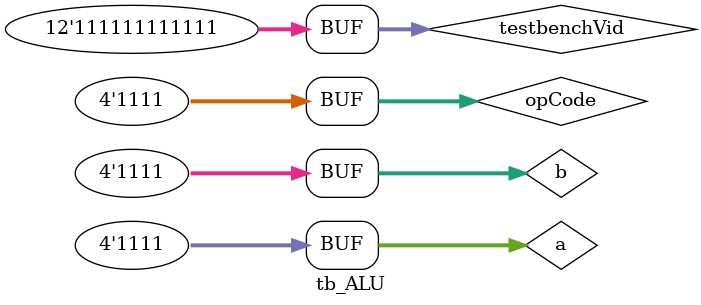
<source format=sv>
`timescale 1ns / 1ps

module tb_ALU();
reg [3:0] opCode;
reg [3:0] a;
reg [3:0] b;
wire [3:0] aOut;
wire overFlow;

ALU dut(.opCode(opCode), .a(a), .b(b), .aOut(aOut), .overFlow(overFlow));

reg [11:0] testbenchVid = 0;

initial begin
    for(int i =0; i<4096; i=i+1) begin
        testbenchVid = i;
        opCode = testbenchVid[3:0];
        a = testbenchVid[7:4];
        b = testbenchVid[11:8];
        #1;
    end
end


endmodule

</source>
